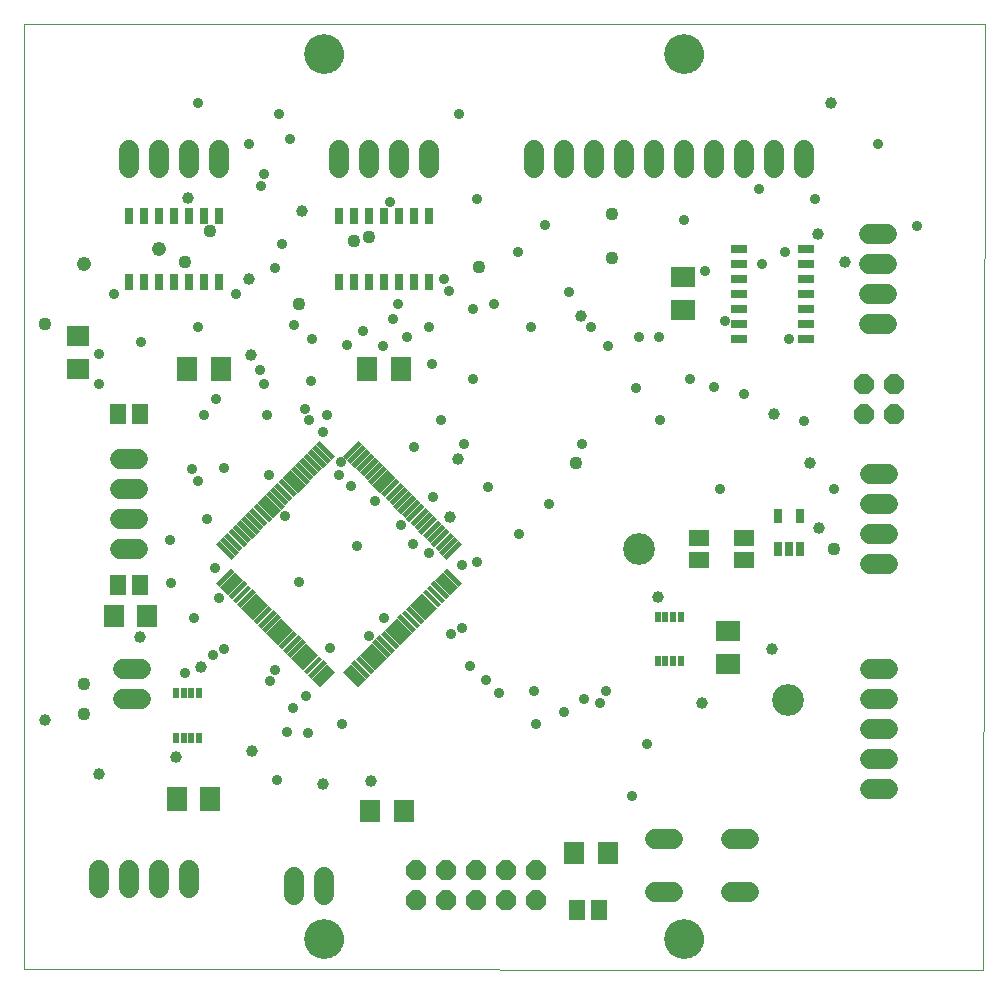
<source format=gts>
G75*
%MOIN*%
%OFA0B0*%
%FSLAX24Y24*%
%IPPOS*%
%LPD*%
%AMOC8*
5,1,8,0,0,1.08239X$1,22.5*
%
%ADD10C,0.0000*%
%ADD11C,0.1320*%
%ADD12C,0.0660*%
%ADD13R,0.0170X0.0720*%
%ADD14R,0.0651X0.0572*%
%ADD15R,0.0532X0.0296*%
%ADD16R,0.0847X0.0690*%
%ADD17R,0.0296X0.0532*%
%ADD18R,0.0690X0.0847*%
%ADD19R,0.0197X0.0364*%
%ADD20R,0.0277X0.0493*%
%ADD21OC8,0.0660*%
%ADD22C,0.1060*%
%ADD23R,0.0690X0.0770*%
%ADD24R,0.0572X0.0651*%
%ADD25R,0.0770X0.0690*%
%ADD26R,0.0572X0.0690*%
%ADD27C,0.0397*%
%ADD28C,0.0350*%
%ADD29C,0.0436*%
%ADD30C,0.0476*%
D10*
X003760Y002393D02*
X003760Y033889D01*
X035780Y033889D01*
X035730Y002343D01*
X003760Y002393D01*
X013130Y003393D02*
X013132Y003443D01*
X013138Y003493D01*
X013148Y003542D01*
X013162Y003590D01*
X013179Y003637D01*
X013200Y003682D01*
X013225Y003726D01*
X013253Y003767D01*
X013285Y003806D01*
X013319Y003843D01*
X013356Y003877D01*
X013396Y003907D01*
X013438Y003934D01*
X013482Y003958D01*
X013528Y003979D01*
X013575Y003995D01*
X013623Y004008D01*
X013673Y004017D01*
X013722Y004022D01*
X013773Y004023D01*
X013823Y004020D01*
X013872Y004013D01*
X013921Y004002D01*
X013969Y003987D01*
X014015Y003969D01*
X014060Y003947D01*
X014103Y003921D01*
X014144Y003892D01*
X014183Y003860D01*
X014219Y003825D01*
X014251Y003787D01*
X014281Y003747D01*
X014308Y003704D01*
X014331Y003660D01*
X014350Y003614D01*
X014366Y003566D01*
X014378Y003517D01*
X014386Y003468D01*
X014390Y003418D01*
X014390Y003368D01*
X014386Y003318D01*
X014378Y003269D01*
X014366Y003220D01*
X014350Y003172D01*
X014331Y003126D01*
X014308Y003082D01*
X014281Y003039D01*
X014251Y002999D01*
X014219Y002961D01*
X014183Y002926D01*
X014144Y002894D01*
X014103Y002865D01*
X014060Y002839D01*
X014015Y002817D01*
X013969Y002799D01*
X013921Y002784D01*
X013872Y002773D01*
X013823Y002766D01*
X013773Y002763D01*
X013722Y002764D01*
X013673Y002769D01*
X013623Y002778D01*
X013575Y002791D01*
X013528Y002807D01*
X013482Y002828D01*
X013438Y002852D01*
X013396Y002879D01*
X013356Y002909D01*
X013319Y002943D01*
X013285Y002980D01*
X013253Y003019D01*
X013225Y003060D01*
X013200Y003104D01*
X013179Y003149D01*
X013162Y003196D01*
X013148Y003244D01*
X013138Y003293D01*
X013132Y003343D01*
X013130Y003393D01*
X025130Y003393D02*
X025132Y003443D01*
X025138Y003493D01*
X025148Y003542D01*
X025162Y003590D01*
X025179Y003637D01*
X025200Y003682D01*
X025225Y003726D01*
X025253Y003767D01*
X025285Y003806D01*
X025319Y003843D01*
X025356Y003877D01*
X025396Y003907D01*
X025438Y003934D01*
X025482Y003958D01*
X025528Y003979D01*
X025575Y003995D01*
X025623Y004008D01*
X025673Y004017D01*
X025722Y004022D01*
X025773Y004023D01*
X025823Y004020D01*
X025872Y004013D01*
X025921Y004002D01*
X025969Y003987D01*
X026015Y003969D01*
X026060Y003947D01*
X026103Y003921D01*
X026144Y003892D01*
X026183Y003860D01*
X026219Y003825D01*
X026251Y003787D01*
X026281Y003747D01*
X026308Y003704D01*
X026331Y003660D01*
X026350Y003614D01*
X026366Y003566D01*
X026378Y003517D01*
X026386Y003468D01*
X026390Y003418D01*
X026390Y003368D01*
X026386Y003318D01*
X026378Y003269D01*
X026366Y003220D01*
X026350Y003172D01*
X026331Y003126D01*
X026308Y003082D01*
X026281Y003039D01*
X026251Y002999D01*
X026219Y002961D01*
X026183Y002926D01*
X026144Y002894D01*
X026103Y002865D01*
X026060Y002839D01*
X026015Y002817D01*
X025969Y002799D01*
X025921Y002784D01*
X025872Y002773D01*
X025823Y002766D01*
X025773Y002763D01*
X025722Y002764D01*
X025673Y002769D01*
X025623Y002778D01*
X025575Y002791D01*
X025528Y002807D01*
X025482Y002828D01*
X025438Y002852D01*
X025396Y002879D01*
X025356Y002909D01*
X025319Y002943D01*
X025285Y002980D01*
X025253Y003019D01*
X025225Y003060D01*
X025200Y003104D01*
X025179Y003149D01*
X025162Y003196D01*
X025148Y003244D01*
X025138Y003293D01*
X025132Y003343D01*
X025130Y003393D01*
X025130Y032893D02*
X025132Y032943D01*
X025138Y032993D01*
X025148Y033042D01*
X025162Y033090D01*
X025179Y033137D01*
X025200Y033182D01*
X025225Y033226D01*
X025253Y033267D01*
X025285Y033306D01*
X025319Y033343D01*
X025356Y033377D01*
X025396Y033407D01*
X025438Y033434D01*
X025482Y033458D01*
X025528Y033479D01*
X025575Y033495D01*
X025623Y033508D01*
X025673Y033517D01*
X025722Y033522D01*
X025773Y033523D01*
X025823Y033520D01*
X025872Y033513D01*
X025921Y033502D01*
X025969Y033487D01*
X026015Y033469D01*
X026060Y033447D01*
X026103Y033421D01*
X026144Y033392D01*
X026183Y033360D01*
X026219Y033325D01*
X026251Y033287D01*
X026281Y033247D01*
X026308Y033204D01*
X026331Y033160D01*
X026350Y033114D01*
X026366Y033066D01*
X026378Y033017D01*
X026386Y032968D01*
X026390Y032918D01*
X026390Y032868D01*
X026386Y032818D01*
X026378Y032769D01*
X026366Y032720D01*
X026350Y032672D01*
X026331Y032626D01*
X026308Y032582D01*
X026281Y032539D01*
X026251Y032499D01*
X026219Y032461D01*
X026183Y032426D01*
X026144Y032394D01*
X026103Y032365D01*
X026060Y032339D01*
X026015Y032317D01*
X025969Y032299D01*
X025921Y032284D01*
X025872Y032273D01*
X025823Y032266D01*
X025773Y032263D01*
X025722Y032264D01*
X025673Y032269D01*
X025623Y032278D01*
X025575Y032291D01*
X025528Y032307D01*
X025482Y032328D01*
X025438Y032352D01*
X025396Y032379D01*
X025356Y032409D01*
X025319Y032443D01*
X025285Y032480D01*
X025253Y032519D01*
X025225Y032560D01*
X025200Y032604D01*
X025179Y032649D01*
X025162Y032696D01*
X025148Y032744D01*
X025138Y032793D01*
X025132Y032843D01*
X025130Y032893D01*
X013130Y032893D02*
X013132Y032943D01*
X013138Y032993D01*
X013148Y033042D01*
X013162Y033090D01*
X013179Y033137D01*
X013200Y033182D01*
X013225Y033226D01*
X013253Y033267D01*
X013285Y033306D01*
X013319Y033343D01*
X013356Y033377D01*
X013396Y033407D01*
X013438Y033434D01*
X013482Y033458D01*
X013528Y033479D01*
X013575Y033495D01*
X013623Y033508D01*
X013673Y033517D01*
X013722Y033522D01*
X013773Y033523D01*
X013823Y033520D01*
X013872Y033513D01*
X013921Y033502D01*
X013969Y033487D01*
X014015Y033469D01*
X014060Y033447D01*
X014103Y033421D01*
X014144Y033392D01*
X014183Y033360D01*
X014219Y033325D01*
X014251Y033287D01*
X014281Y033247D01*
X014308Y033204D01*
X014331Y033160D01*
X014350Y033114D01*
X014366Y033066D01*
X014378Y033017D01*
X014386Y032968D01*
X014390Y032918D01*
X014390Y032868D01*
X014386Y032818D01*
X014378Y032769D01*
X014366Y032720D01*
X014350Y032672D01*
X014331Y032626D01*
X014308Y032582D01*
X014281Y032539D01*
X014251Y032499D01*
X014219Y032461D01*
X014183Y032426D01*
X014144Y032394D01*
X014103Y032365D01*
X014060Y032339D01*
X014015Y032317D01*
X013969Y032299D01*
X013921Y032284D01*
X013872Y032273D01*
X013823Y032266D01*
X013773Y032263D01*
X013722Y032264D01*
X013673Y032269D01*
X013623Y032278D01*
X013575Y032291D01*
X013528Y032307D01*
X013482Y032328D01*
X013438Y032352D01*
X013396Y032379D01*
X013356Y032409D01*
X013319Y032443D01*
X013285Y032480D01*
X013253Y032519D01*
X013225Y032560D01*
X013200Y032604D01*
X013179Y032649D01*
X013162Y032696D01*
X013148Y032744D01*
X013138Y032793D01*
X013132Y032843D01*
X013130Y032893D01*
D11*
X013760Y032893D03*
X025760Y032893D03*
X025760Y003393D03*
X013760Y003393D03*
D12*
X013760Y004843D02*
X013760Y005443D01*
X012760Y005443D02*
X012760Y004843D01*
X009260Y005093D02*
X009260Y005693D01*
X008260Y005693D02*
X008260Y005093D01*
X007260Y005093D02*
X007260Y005693D01*
X006260Y005693D02*
X006260Y005093D01*
X007060Y011393D02*
X007660Y011393D01*
X007660Y012393D02*
X007060Y012393D01*
X006960Y016393D02*
X007560Y016393D01*
X007560Y017393D02*
X006960Y017393D01*
X006960Y018393D02*
X007560Y018393D01*
X007560Y019393D02*
X006960Y019393D01*
X007260Y029093D02*
X007260Y029693D01*
X008260Y029693D02*
X008260Y029093D01*
X009260Y029093D02*
X009260Y029693D01*
X010260Y029693D02*
X010260Y029093D01*
X014260Y029093D02*
X014260Y029693D01*
X015260Y029693D02*
X015260Y029093D01*
X016260Y029093D02*
X016260Y029693D01*
X017260Y029693D02*
X017260Y029093D01*
X020760Y029093D02*
X020760Y029693D01*
X021760Y029693D02*
X021760Y029093D01*
X022760Y029093D02*
X022760Y029693D01*
X023760Y029693D02*
X023760Y029093D01*
X024760Y029093D02*
X024760Y029693D01*
X025760Y029693D02*
X025760Y029093D01*
X026760Y029093D02*
X026760Y029693D01*
X027760Y029693D02*
X027760Y029093D01*
X028760Y029093D02*
X028760Y029693D01*
X029760Y029693D02*
X029760Y029093D01*
X031910Y026893D02*
X032510Y026893D01*
X032510Y025893D02*
X031910Y025893D01*
X031910Y024893D02*
X032510Y024893D01*
X032510Y023893D02*
X031910Y023893D01*
X031960Y018893D02*
X032560Y018893D01*
X032560Y017893D02*
X031960Y017893D01*
X031960Y016893D02*
X032560Y016893D01*
X032560Y015893D02*
X031960Y015893D01*
X031960Y012393D02*
X032560Y012393D01*
X032560Y011393D02*
X031960Y011393D01*
X031960Y010393D02*
X032560Y010393D01*
X032560Y009393D02*
X031960Y009393D01*
X031960Y008393D02*
X032560Y008393D01*
X027940Y006733D02*
X027340Y006733D01*
X027340Y004953D02*
X027940Y004953D01*
X025380Y004953D02*
X024780Y004953D01*
X024780Y006733D02*
X025380Y006733D01*
D13*
G36*
X017529Y014412D02*
X017409Y014292D01*
X016901Y014800D01*
X017021Y014920D01*
X017529Y014412D01*
G37*
G36*
X017671Y014554D02*
X017551Y014434D01*
X017043Y014942D01*
X017163Y015062D01*
X017671Y014554D01*
G37*
G36*
X017805Y014688D02*
X017685Y014568D01*
X017177Y015076D01*
X017297Y015196D01*
X017805Y014688D01*
G37*
G36*
X017946Y014830D02*
X017826Y014710D01*
X017318Y015218D01*
X017438Y015338D01*
X017946Y014830D01*
G37*
G36*
X018088Y014971D02*
X017968Y014851D01*
X017460Y015359D01*
X017580Y015479D01*
X018088Y014971D01*
G37*
G36*
X018229Y015112D02*
X018109Y014992D01*
X017601Y015500D01*
X017721Y015620D01*
X018229Y015112D01*
G37*
G36*
X018364Y015247D02*
X018244Y015127D01*
X017736Y015635D01*
X017856Y015755D01*
X018364Y015247D01*
G37*
G36*
X017388Y014271D02*
X017268Y014151D01*
X016760Y014659D01*
X016880Y014779D01*
X017388Y014271D01*
G37*
G36*
X017253Y014137D02*
X017133Y014017D01*
X016625Y014525D01*
X016745Y014645D01*
X017253Y014137D01*
G37*
G36*
X017112Y013995D02*
X016992Y013875D01*
X016484Y014383D01*
X016604Y014503D01*
X017112Y013995D01*
G37*
G36*
X016971Y013854D02*
X016851Y013734D01*
X016343Y014242D01*
X016463Y014362D01*
X016971Y013854D01*
G37*
G36*
X016836Y013719D02*
X016716Y013599D01*
X016208Y014107D01*
X016328Y014227D01*
X016836Y013719D01*
G37*
G36*
X016695Y013578D02*
X016575Y013458D01*
X016067Y013966D01*
X016187Y014086D01*
X016695Y013578D01*
G37*
G36*
X016553Y013437D02*
X016433Y013317D01*
X015925Y013825D01*
X016045Y013945D01*
X016553Y013437D01*
G37*
G36*
X016419Y013302D02*
X016299Y013182D01*
X015791Y013690D01*
X015911Y013810D01*
X016419Y013302D01*
G37*
G36*
X016278Y013161D02*
X016158Y013041D01*
X015650Y013549D01*
X015770Y013669D01*
X016278Y013161D01*
G37*
G36*
X016136Y013019D02*
X016016Y012899D01*
X015508Y013407D01*
X015628Y013527D01*
X016136Y013019D01*
G37*
G36*
X016002Y012885D02*
X015882Y012765D01*
X015374Y013273D01*
X015494Y013393D01*
X016002Y012885D01*
G37*
G36*
X015860Y012744D02*
X015740Y012624D01*
X015232Y013132D01*
X015352Y013252D01*
X015860Y012744D01*
G37*
G36*
X015719Y012602D02*
X015599Y012482D01*
X015091Y012990D01*
X015211Y013110D01*
X015719Y012602D01*
G37*
G36*
X015585Y012468D02*
X015465Y012348D01*
X014957Y012856D01*
X015077Y012976D01*
X015585Y012468D01*
G37*
G36*
X015443Y012326D02*
X015323Y012206D01*
X014815Y012714D01*
X014935Y012834D01*
X015443Y012326D01*
G37*
G36*
X015302Y012185D02*
X015182Y012065D01*
X014674Y012573D01*
X014794Y012693D01*
X015302Y012185D01*
G37*
G36*
X015160Y012044D02*
X015040Y011924D01*
X014532Y012432D01*
X014652Y012552D01*
X015160Y012044D01*
G37*
G36*
X015026Y011909D02*
X014906Y011789D01*
X014398Y012297D01*
X014518Y012417D01*
X015026Y011909D01*
G37*
G36*
X014001Y012417D02*
X014121Y012297D01*
X013613Y011789D01*
X013493Y011909D01*
X014001Y012417D01*
G37*
G36*
X013867Y012552D02*
X013987Y012432D01*
X013479Y011924D01*
X013359Y012044D01*
X013867Y012552D01*
G37*
G36*
X013725Y012693D02*
X013845Y012573D01*
X013337Y012065D01*
X013217Y012185D01*
X013725Y012693D01*
G37*
G36*
X013584Y012834D02*
X013704Y012714D01*
X013196Y012206D01*
X013076Y012326D01*
X013584Y012834D01*
G37*
G36*
X013442Y012976D02*
X013562Y012856D01*
X013054Y012348D01*
X012934Y012468D01*
X013442Y012976D01*
G37*
G36*
X013308Y013110D02*
X013428Y012990D01*
X012920Y012482D01*
X012800Y012602D01*
X013308Y013110D01*
G37*
G36*
X013167Y013252D02*
X013287Y013132D01*
X012779Y012624D01*
X012659Y012744D01*
X013167Y013252D01*
G37*
G36*
X013025Y013393D02*
X013145Y013273D01*
X012637Y012765D01*
X012517Y012885D01*
X013025Y013393D01*
G37*
G36*
X012891Y013527D02*
X013011Y013407D01*
X012503Y012899D01*
X012383Y013019D01*
X012891Y013527D01*
G37*
G36*
X012749Y013669D02*
X012869Y013549D01*
X012361Y013041D01*
X012241Y013161D01*
X012749Y013669D01*
G37*
G36*
X012608Y013810D02*
X012728Y013690D01*
X012220Y013182D01*
X012100Y013302D01*
X012608Y013810D01*
G37*
G36*
X012474Y013945D02*
X012594Y013825D01*
X012086Y013317D01*
X011966Y013437D01*
X012474Y013945D01*
G37*
G36*
X012332Y014086D02*
X012452Y013966D01*
X011944Y013458D01*
X011824Y013578D01*
X012332Y014086D01*
G37*
G36*
X012191Y014227D02*
X012311Y014107D01*
X011803Y013599D01*
X011683Y013719D01*
X012191Y014227D01*
G37*
G36*
X012056Y014362D02*
X012176Y014242D01*
X011668Y013734D01*
X011548Y013854D01*
X012056Y014362D01*
G37*
G36*
X011915Y014503D02*
X012035Y014383D01*
X011527Y013875D01*
X011407Y013995D01*
X011915Y014503D01*
G37*
G36*
X011774Y014645D02*
X011894Y014525D01*
X011386Y014017D01*
X011266Y014137D01*
X011774Y014645D01*
G37*
G36*
X011639Y014779D02*
X011759Y014659D01*
X011251Y014151D01*
X011131Y014271D01*
X011639Y014779D01*
G37*
G36*
X011498Y014920D02*
X011618Y014800D01*
X011110Y014292D01*
X010990Y014412D01*
X011498Y014920D01*
G37*
G36*
X011356Y015062D02*
X011476Y014942D01*
X010968Y014434D01*
X010848Y014554D01*
X011356Y015062D01*
G37*
G36*
X011222Y015196D02*
X011342Y015076D01*
X010834Y014568D01*
X010714Y014688D01*
X011222Y015196D01*
G37*
G36*
X011081Y015338D02*
X011201Y015218D01*
X010693Y014710D01*
X010573Y014830D01*
X011081Y015338D01*
G37*
G36*
X010939Y015479D02*
X011059Y015359D01*
X010551Y014851D01*
X010431Y014971D01*
X010939Y015479D01*
G37*
G36*
X010798Y015620D02*
X010918Y015500D01*
X010410Y014992D01*
X010290Y015112D01*
X010798Y015620D01*
G37*
G36*
X010663Y015755D02*
X010783Y015635D01*
X010275Y015127D01*
X010155Y015247D01*
X010663Y015755D01*
G37*
G36*
X010783Y016152D02*
X010663Y016032D01*
X010155Y016540D01*
X010275Y016660D01*
X010783Y016152D01*
G37*
G36*
X010918Y016286D02*
X010798Y016166D01*
X010290Y016674D01*
X010410Y016794D01*
X010918Y016286D01*
G37*
G36*
X011059Y016428D02*
X010939Y016308D01*
X010431Y016816D01*
X010551Y016936D01*
X011059Y016428D01*
G37*
G36*
X011201Y016569D02*
X011081Y016449D01*
X010573Y016957D01*
X010693Y017077D01*
X011201Y016569D01*
G37*
G36*
X011342Y016710D02*
X011222Y016590D01*
X010714Y017098D01*
X010834Y017218D01*
X011342Y016710D01*
G37*
G36*
X011476Y016845D02*
X011356Y016725D01*
X010848Y017233D01*
X010968Y017353D01*
X011476Y016845D01*
G37*
G36*
X011618Y016986D02*
X011498Y016866D01*
X010990Y017374D01*
X011110Y017494D01*
X011618Y016986D01*
G37*
G36*
X011759Y017128D02*
X011639Y017008D01*
X011131Y017516D01*
X011251Y017636D01*
X011759Y017128D01*
G37*
G36*
X011894Y017262D02*
X011774Y017142D01*
X011266Y017650D01*
X011386Y017770D01*
X011894Y017262D01*
G37*
G36*
X012035Y017403D02*
X011915Y017283D01*
X011407Y017791D01*
X011527Y017911D01*
X012035Y017403D01*
G37*
G36*
X012176Y017545D02*
X012056Y017425D01*
X011548Y017933D01*
X011668Y018053D01*
X012176Y017545D01*
G37*
G36*
X012311Y017679D02*
X012191Y017559D01*
X011683Y018067D01*
X011803Y018187D01*
X012311Y017679D01*
G37*
G36*
X012452Y017821D02*
X012332Y017701D01*
X011824Y018209D01*
X011944Y018329D01*
X012452Y017821D01*
G37*
G36*
X012594Y017962D02*
X012474Y017842D01*
X011966Y018350D01*
X012086Y018470D01*
X012594Y017962D01*
G37*
G36*
X012728Y018096D02*
X012608Y017976D01*
X012100Y018484D01*
X012220Y018604D01*
X012728Y018096D01*
G37*
G36*
X012869Y018238D02*
X012749Y018118D01*
X012241Y018626D01*
X012361Y018746D01*
X012869Y018238D01*
G37*
G36*
X013011Y018379D02*
X012891Y018259D01*
X012383Y018767D01*
X012503Y018887D01*
X013011Y018379D01*
G37*
G36*
X013145Y018514D02*
X013025Y018394D01*
X012517Y018902D01*
X012637Y019022D01*
X013145Y018514D01*
G37*
G36*
X013287Y018655D02*
X013167Y018535D01*
X012659Y019043D01*
X012779Y019163D01*
X013287Y018655D01*
G37*
G36*
X013428Y018796D02*
X013308Y018676D01*
X012800Y019184D01*
X012920Y019304D01*
X013428Y018796D01*
G37*
G36*
X013562Y018931D02*
X013442Y018811D01*
X012934Y019319D01*
X013054Y019439D01*
X013562Y018931D01*
G37*
G36*
X013704Y019072D02*
X013584Y018952D01*
X013076Y019460D01*
X013196Y019580D01*
X013704Y019072D01*
G37*
G36*
X013845Y019214D02*
X013725Y019094D01*
X013217Y019602D01*
X013337Y019722D01*
X013845Y019214D01*
G37*
G36*
X013987Y019355D02*
X013867Y019235D01*
X013359Y019743D01*
X013479Y019863D01*
X013987Y019355D01*
G37*
G36*
X014121Y019489D02*
X014001Y019369D01*
X013493Y019877D01*
X013613Y019997D01*
X014121Y019489D01*
G37*
G36*
X014906Y019997D02*
X015026Y019877D01*
X014518Y019369D01*
X014398Y019489D01*
X014906Y019997D01*
G37*
G36*
X015040Y019863D02*
X015160Y019743D01*
X014652Y019235D01*
X014532Y019355D01*
X015040Y019863D01*
G37*
G36*
X015182Y019722D02*
X015302Y019602D01*
X014794Y019094D01*
X014674Y019214D01*
X015182Y019722D01*
G37*
G36*
X015323Y019580D02*
X015443Y019460D01*
X014935Y018952D01*
X014815Y019072D01*
X015323Y019580D01*
G37*
G36*
X015465Y019439D02*
X015585Y019319D01*
X015077Y018811D01*
X014957Y018931D01*
X015465Y019439D01*
G37*
G36*
X015599Y019304D02*
X015719Y019184D01*
X015211Y018676D01*
X015091Y018796D01*
X015599Y019304D01*
G37*
G36*
X015740Y019163D02*
X015860Y019043D01*
X015352Y018535D01*
X015232Y018655D01*
X015740Y019163D01*
G37*
G36*
X015882Y019022D02*
X016002Y018902D01*
X015494Y018394D01*
X015374Y018514D01*
X015882Y019022D01*
G37*
G36*
X016016Y018887D02*
X016136Y018767D01*
X015628Y018259D01*
X015508Y018379D01*
X016016Y018887D01*
G37*
G36*
X016158Y018746D02*
X016278Y018626D01*
X015770Y018118D01*
X015650Y018238D01*
X016158Y018746D01*
G37*
G36*
X016299Y018604D02*
X016419Y018484D01*
X015911Y017976D01*
X015791Y018096D01*
X016299Y018604D01*
G37*
G36*
X016433Y018470D02*
X016553Y018350D01*
X016045Y017842D01*
X015925Y017962D01*
X016433Y018470D01*
G37*
G36*
X016575Y018329D02*
X016695Y018209D01*
X016187Y017701D01*
X016067Y017821D01*
X016575Y018329D01*
G37*
G36*
X016716Y018187D02*
X016836Y018067D01*
X016328Y017559D01*
X016208Y017679D01*
X016716Y018187D01*
G37*
G36*
X016851Y018053D02*
X016971Y017933D01*
X016463Y017425D01*
X016343Y017545D01*
X016851Y018053D01*
G37*
G36*
X016992Y017911D02*
X017112Y017791D01*
X016604Y017283D01*
X016484Y017403D01*
X016992Y017911D01*
G37*
G36*
X017133Y017770D02*
X017253Y017650D01*
X016745Y017142D01*
X016625Y017262D01*
X017133Y017770D01*
G37*
G36*
X017268Y017636D02*
X017388Y017516D01*
X016880Y017008D01*
X016760Y017128D01*
X017268Y017636D01*
G37*
G36*
X017409Y017494D02*
X017529Y017374D01*
X017021Y016866D01*
X016901Y016986D01*
X017409Y017494D01*
G37*
G36*
X017551Y017353D02*
X017671Y017233D01*
X017163Y016725D01*
X017043Y016845D01*
X017551Y017353D01*
G37*
G36*
X017685Y017218D02*
X017805Y017098D01*
X017297Y016590D01*
X017177Y016710D01*
X017685Y017218D01*
G37*
G36*
X017826Y017077D02*
X017946Y016957D01*
X017438Y016449D01*
X017318Y016569D01*
X017826Y017077D01*
G37*
G36*
X017968Y016936D02*
X018088Y016816D01*
X017580Y016308D01*
X017460Y016428D01*
X017968Y016936D01*
G37*
G36*
X018109Y016794D02*
X018229Y016674D01*
X017721Y016166D01*
X017601Y016286D01*
X018109Y016794D01*
G37*
G36*
X018244Y016660D02*
X018364Y016540D01*
X017856Y016032D01*
X017736Y016152D01*
X018244Y016660D01*
G37*
D14*
X026260Y016767D03*
X026260Y016019D03*
X027760Y016019D03*
X027760Y016767D03*
D15*
X027607Y023393D03*
X027607Y023893D03*
X027607Y024393D03*
X027607Y024893D03*
X027607Y025393D03*
X027607Y025893D03*
X027607Y026393D03*
X029812Y026393D03*
X029812Y025893D03*
X029812Y025393D03*
X029812Y024893D03*
X029812Y024393D03*
X029812Y023893D03*
X029812Y023393D03*
D16*
X025710Y024342D03*
X025710Y025444D03*
X027210Y013644D03*
X027210Y012542D03*
D17*
X017260Y025291D03*
X016760Y025291D03*
X016260Y025291D03*
X015760Y025291D03*
X015260Y025291D03*
X014760Y025291D03*
X014260Y025291D03*
X014260Y027496D03*
X014760Y027496D03*
X015260Y027496D03*
X015760Y027496D03*
X016260Y027496D03*
X016760Y027496D03*
X017260Y027496D03*
X010260Y027496D03*
X009760Y027496D03*
X009260Y027496D03*
X008760Y027496D03*
X008260Y027496D03*
X007760Y027496D03*
X007260Y027496D03*
X007260Y025291D03*
X007760Y025291D03*
X008260Y025291D03*
X008760Y025291D03*
X009260Y025291D03*
X009760Y025291D03*
X010260Y025291D03*
D18*
X010311Y022393D03*
X009208Y022393D03*
X015208Y022393D03*
X016311Y022393D03*
X009961Y008043D03*
X008858Y008043D03*
D19*
X008826Y010100D03*
X009082Y010100D03*
X009337Y010100D03*
X009593Y010100D03*
X009593Y011586D03*
X009337Y011586D03*
X009082Y011586D03*
X008826Y011586D03*
X024876Y012650D03*
X025132Y012650D03*
X025387Y012650D03*
X025643Y012650D03*
X025643Y014136D03*
X025387Y014136D03*
X025132Y014136D03*
X024876Y014136D03*
D20*
X028885Y016381D03*
X029260Y016381D03*
X029634Y016381D03*
X029634Y017484D03*
X028885Y017484D03*
D21*
X031760Y020893D03*
X032760Y020893D03*
X032760Y021893D03*
X031760Y021893D03*
X020810Y005693D03*
X020810Y004693D03*
X019810Y004693D03*
X019810Y005693D03*
X018810Y005693D03*
X017810Y005693D03*
X017810Y004693D03*
X018810Y004693D03*
X016810Y004693D03*
X016810Y005693D03*
D22*
X024260Y016393D03*
X029210Y011343D03*
D23*
X023219Y006243D03*
X022100Y006243D03*
X016419Y007643D03*
X015300Y007643D03*
X007869Y014143D03*
X006750Y014143D03*
D24*
X022185Y004343D03*
X022934Y004343D03*
D25*
X005560Y022383D03*
X005560Y023503D03*
D26*
X006885Y020893D03*
X007634Y020893D03*
X007634Y015193D03*
X006885Y015193D03*
D27*
X007610Y013443D03*
X009660Y012443D03*
X011360Y009643D03*
X013710Y008543D03*
X015310Y008643D03*
X008810Y009443D03*
X006260Y008893D03*
X004460Y010693D03*
X011310Y022843D03*
X011260Y025393D03*
X013010Y027643D03*
X009210Y028093D03*
X018210Y019393D03*
X017960Y017443D03*
X024880Y014793D03*
X026360Y011243D03*
X028680Y013053D03*
X030260Y017093D03*
X029960Y019243D03*
X028760Y020893D03*
X031110Y025943D03*
X030210Y026893D03*
X030660Y031243D03*
X022310Y024143D03*
D28*
X022660Y023793D03*
X023210Y023143D03*
X024260Y023443D03*
X024910Y023443D03*
X025960Y022043D03*
X026760Y021793D03*
X027760Y021543D03*
X029260Y023393D03*
X027110Y023993D03*
X026460Y025643D03*
X025760Y027343D03*
X028260Y028393D03*
X030110Y028043D03*
X029110Y026293D03*
X028360Y025893D03*
X032210Y029893D03*
X033510Y027143D03*
X029760Y020643D03*
X030760Y018393D03*
X026960Y018393D03*
X024960Y020693D03*
X024160Y021743D03*
X022360Y019893D03*
X021260Y017893D03*
X020260Y016893D03*
X018860Y015943D03*
X018360Y015843D03*
X017260Y016243D03*
X016710Y016543D03*
X016310Y017193D03*
X015460Y017993D03*
X014660Y018493D03*
X014260Y018843D03*
X014310Y019293D03*
X013710Y020293D03*
X013260Y020693D03*
X013110Y021043D03*
X013860Y020843D03*
X013310Y021993D03*
X013360Y023393D03*
X012760Y023843D03*
X014510Y023193D03*
X015060Y023643D03*
X015710Y023143D03*
X016510Y023443D03*
X016060Y024043D03*
X016210Y024543D03*
X017260Y023793D03*
X017360Y022543D03*
X018710Y022043D03*
X017660Y020693D03*
X018410Y019893D03*
X016760Y019793D03*
X017392Y018111D03*
X019210Y018443D03*
X014860Y016493D03*
X012910Y015293D03*
X013960Y013093D03*
X015260Y013493D03*
X015760Y014093D03*
X017980Y013553D03*
X018360Y013753D03*
X018630Y012493D03*
X019160Y012023D03*
X019580Y011593D03*
X020770Y011653D03*
X021760Y010943D03*
X022410Y011393D03*
X022960Y011243D03*
X023160Y011643D03*
X024510Y009893D03*
X024010Y008143D03*
X020810Y010543D03*
X014360Y010543D03*
X013210Y010243D03*
X012510Y010283D03*
X012710Y011093D03*
X013160Y011493D03*
X012110Y012343D03*
X011960Y011993D03*
X010410Y013043D03*
X010060Y012843D03*
X009110Y012243D03*
X009410Y014093D03*
X010270Y014743D03*
X010110Y015743D03*
X008660Y015243D03*
X008610Y016693D03*
X009860Y017393D03*
X009560Y018643D03*
X009360Y019043D03*
X010410Y019093D03*
X011910Y018843D03*
X012460Y017493D03*
X011860Y020843D03*
X011760Y021893D03*
X011610Y022343D03*
X010160Y021393D03*
X009760Y020843D03*
X007660Y023293D03*
X006260Y022893D03*
X006260Y021893D03*
X006760Y024893D03*
X009560Y023793D03*
X010810Y024893D03*
X012110Y025743D03*
X012360Y026543D03*
X011660Y028493D03*
X011760Y028893D03*
X011260Y029893D03*
X012610Y030043D03*
X012260Y030893D03*
X009560Y031243D03*
X015960Y027943D03*
X018860Y028043D03*
X020210Y026293D03*
X021110Y027193D03*
X021910Y024943D03*
X020660Y023793D03*
X019410Y024543D03*
X018710Y024393D03*
X017910Y024993D03*
X017760Y025393D03*
X018260Y030893D03*
X012200Y008693D03*
D29*
X005760Y010893D03*
X005760Y011893D03*
X004460Y023893D03*
X009110Y025943D03*
X009960Y026993D03*
X012910Y024543D03*
X014760Y026643D03*
X015260Y026793D03*
X018910Y025793D03*
X023360Y026093D03*
X023360Y027543D03*
X022160Y019243D03*
X030760Y016393D03*
D30*
X008260Y026393D03*
X005760Y025893D03*
M02*

</source>
